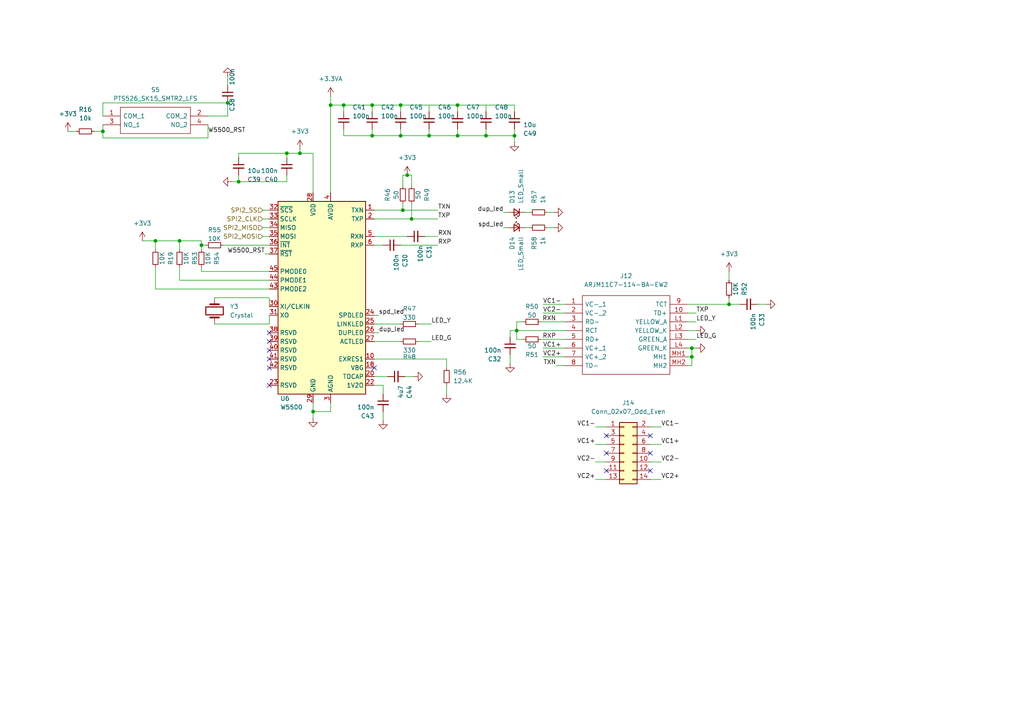
<source format=kicad_sch>
(kicad_sch (version 20211123) (generator eeschema)
  (paper "A4")
  (lib_symbols
    (symbol "Connector_Generic:Conn_02x07_Odd_Even" (pin_names (offset 1.016) hide)
      (property "Reference" "J" (at 1.27 10.16 0))
      (property "Value" "Conn_02x07_Odd_Even" (at 1.27 -10.16 0))
      (symbol "Conn_02x07_Odd_Even_1_1"
        (rectangle (start -1.27 -7.493) (end 0 -7.747) (stroke (width 0.1524)))
        (rectangle (start -1.27 -4.953) (end 0 -5.207) (stroke (width 0.1524)))
        (rectangle (start -1.27 -2.413) (end 0 -2.667) (stroke (width 0.1524)))
        (rectangle (start -1.27 0.127) (end 0 -0.127) (stroke (width 0.1524)))
        (rectangle (start -1.27 2.667) (end 0 2.413) (stroke (width 0.1524)))
        (rectangle (start -1.27 5.207) (end 0 4.953) (stroke (width 0.1524)))
        (rectangle (start -1.27 7.747) (end 0 7.493) (stroke (width 0.1524)))
        (rectangle (start -1.27 8.89) (end 3.81 -8.89) (stroke (width 0.254)) (fill (type background)))
        (rectangle (start 3.81 -7.493) (end 2.54 -7.747) (stroke (width 0.1524)))
        (rectangle (start 3.81 -4.953) (end 2.54 -5.207) (stroke (width 0.1524)))
        (rectangle (start 3.81 -2.413) (end 2.54 -2.667) (stroke (width 0.1524)))
        (rectangle (start 3.81 0.127) (end 2.54 -0.127) (stroke (width 0.1524)))
        (rectangle (start 3.81 2.667) (end 2.54 2.413) (stroke (width 0.1524)))
        (rectangle (start 3.81 5.207) (end 2.54 4.953) (stroke (width 0.1524)))
        (rectangle (start 3.81 7.747) (end 2.54 7.493) (stroke (width 0.1524)))
        (pin passive line (at -5.08 7.62 0) (length 3.81) (name "Pin_1") (number "1"))
        (pin passive line (at 7.62 -2.54 180) (length 3.81) (name "Pin_10") (number "10"))
        (pin passive line (at -5.08 -5.08 0) (length 3.81) (name "Pin_11") (number "11"))
        (pin passive line (at 7.62 -5.08 180) (length 3.81) (name "Pin_12") (number "12"))
        (pin passive line (at -5.08 -7.62 0) (length 3.81) (name "Pin_13") (number "13"))
        (pin passive line (at 7.62 -7.62 180) (length 3.81) (name "Pin_14") (number "14"))
        (pin passive line (at 7.62 7.62 180) (length 3.81) (name "Pin_2") (number "2"))
        (pin passive line (at -5.08 5.08 0) (length 3.81) (name "Pin_3") (number "3"))
        (pin passive line (at 7.62 5.08 180) (length 3.81) (name "Pin_4") (number "4"))
        (pin passive line (at -5.08 2.54 0) (length 3.81) (name "Pin_5") (number "5"))
        (pin passive line (at 7.62 2.54 180) (length 3.81) (name "Pin_6") (number "6"))
        (pin passive line (at -5.08 0 0) (length 3.81) (name "Pin_7") (number "7"))
        (pin passive line (at 7.62 0 180) (length 3.81) (name "Pin_8") (number "8"))
        (pin passive line (at -5.08 -2.54 0) (length 3.81) (name "Pin_9") (number "9"))
      )
    )
    (symbol "Device:C_Small" (pin_numbers hide) (pin_names (offset 0.254) hide)
      (property "Reference" "C" (at 0.254 1.778 0))
      (property "Value" "C_Small" (at 0.254 -2.032 0))
      (symbol "C_Small_0_1"
        (polyline (pts (xy -1.524 -0.508) (xy 1.524 -0.508)) (stroke (width 0.3302)))
        (polyline (pts (xy -1.524 0.508) (xy 1.524 0.508)) (stroke (width 0.3048)))
      )
      (symbol "C_Small_1_1"
        (pin passive line (at 0 2.54 270) (length 2.032) (name "~") (number "1"))
        (pin passive line (at 0 -2.54 90) (length 2.032) (name "~") (number "2"))
      )
    )
    (symbol "Device:Crystal" (pin_numbers hide) (pin_names (offset 1.016) hide)
      (property "Reference" "Y" (at 0 3.81 0))
      (property "Value" "Crystal" (at 0 -3.81 0))
      (symbol "Crystal_0_1"
        (rectangle (start -1.143 2.54) (end 1.143 -2.54) (stroke (width 0.3048)))
        (polyline (pts (xy -2.54 0) (xy -1.905 0)))
        (polyline (pts (xy -1.905 -1.27) (xy -1.905 1.27)) (stroke (width 0.508)))
        (polyline (pts (xy 1.905 -1.27) (xy 1.905 1.27)) (stroke (width 0.508)))
        (polyline (pts (xy 2.54 0) (xy 1.905 0)))
      )
      (symbol "Crystal_1_1"
        (pin passive line (at -3.81 0 0) (length 1.27) (name "1") (number "1"))
        (pin passive line (at 3.81 0 180) (length 1.27) (name "2") (number "2"))
      )
    )
    (symbol "Device:LED_Small" (pin_numbers hide) (pin_names (offset 0.254) hide)
      (property "Reference" "D" (at -1.27 3.175 0))
      (property "Value" "LED_Small" (at -4.445 -2.54 0))
      (symbol "LED_Small_0_1"
        (polyline (pts (xy -0.762 -1.016) (xy -0.762 1.016)) (stroke (width 0.254)))
        (polyline (pts (xy 1.016 0) (xy -0.762 0)))
        (polyline (pts (xy 0.762 -1.016) (xy -0.762 0) (xy 0.762 1.016) (xy 0.762 -1.016)) (stroke (width 0.254)))
        (polyline (pts (xy 0 0.762) (xy -0.508 1.27) (xy -0.254 1.27) (xy -0.508 1.27) (xy -0.508 1.016)))
        (polyline (pts (xy 0.508 1.27) (xy 0 1.778) (xy 0.254 1.778) (xy 0 1.778) (xy 0 1.524)))
      )
      (symbol "LED_Small_1_1"
        (pin passive line (at -2.54 0 0) (length 1.778) (name "K") (number "1"))
        (pin passive line (at 2.54 0 180) (length 1.778) (name "A") (number "2"))
      )
    )
    (symbol "Device:R_Small" (pin_numbers hide) (pin_names (offset 0.254) hide)
      (property "Reference" "R" (at 0.762 0.508 0))
      (property "Value" "R_Small" (at 0.762 -1.016 0))
      (symbol "R_Small_0_1"
        (rectangle (start -0.762 1.778) (end 0.762 -1.778) (stroke (width 0.2032)))
      )
      (symbol "R_Small_1_1"
        (pin passive line (at 0 2.54 270) (length 0.762) (name "~") (number "1"))
        (pin passive line (at 0 -2.54 90) (length 0.762) (name "~") (number "2"))
      )
    )
    (symbol "Interface_Ethernet:W5500"
      (property "Reference" "U" (at -11.43 29.21 0))
      (property "Value" "W5500" (at 8.89 29.21 0))
      (symbol "W5500_0_1"
        (rectangle (start -12.7 27.94) (end 12.7 -27.94) (stroke (width 0.254)) (fill (type background)))
      )
      (symbol "W5500_1_1"
        (pin output line (at 15.24 25.4 180) (length 2.54) (name "TXN") (number "1"))
        (pin passive line (at 15.24 -17.78 180) (length 2.54) (name "EXRES1") (number "10"))
        (pin passive line (at 2.54 30.48 270) (length 2.54) hide (name "AVDD") (number "11"))
        (pin no_connect line (at 12.7 7.62 180) (length 2.54) hide (name "NC") (number "12"))
        (pin no_connect line (at 12.7 5.08 180) (length 2.54) hide (name "NC") (number "13"))
        (pin passive line (at 2.54 -30.48 90) (length 2.54) hide (name "AGND") (number "14"))
        (pin passive line (at 2.54 30.48 270) (length 2.54) hide (name "AVDD") (number "15"))
        (pin passive line (at 2.54 -30.48 90) (length 2.54) hide (name "AGND") (number "16"))
        (pin passive line (at 2.54 30.48 270) (length 2.54) hide (name "AVDD") (number "17"))
        (pin passive line (at 15.24 -20.32 180) (length 2.54) (name "VBG") (number "18"))
        (pin passive line (at 2.54 -30.48 90) (length 2.54) hide (name "AGND") (number "19"))
        (pin output line (at 15.24 22.86 180) (length 2.54) (name "TXP") (number "2"))
        (pin passive line (at 15.24 -22.86 180) (length 2.54) (name "TOCAP") (number "20"))
        (pin passive line (at 2.54 30.48 270) (length 2.54) hide (name "AVDD") (number "21"))
        (pin output line (at 15.24 -25.4 180) (length 2.54) (name "1V2O") (number "22"))
        (pin input line (at -15.24 -25.4 0) (length 2.54) (name "RSVD") (number "23"))
        (pin output line (at 15.24 -5.08 180) (length 2.54) (name "SPDLED") (number "24"))
        (pin output line (at 15.24 -7.62 180) (length 2.54) (name "LINKLED") (number "25"))
        (pin output line (at 15.24 -10.16 180) (length 2.54) (name "DUPLED") (number "26"))
        (pin output line (at 15.24 -12.7 180) (length 2.54) (name "ACTLED") (number "27"))
        (pin power_in line (at -2.54 30.48 270) (length 2.54) (name "VDD") (number "28"))
        (pin power_in line (at -2.54 -30.48 90) (length 2.54) (name "GND") (number "29"))
        (pin power_in line (at 2.54 -30.48 90) (length 2.54) (name "AGND") (number "3"))
        (pin input line (at -15.24 -2.54 0) (length 2.54) (name "XI/CLKIN") (number "30"))
        (pin output line (at -15.24 -5.08 0) (length 2.54) (name "XO") (number "31"))
        (pin input line (at -15.24 25.4 0) (length 2.54) (name "~{SCS}") (number "32"))
        (pin input line (at -15.24 22.86 0) (length 2.54) (name "SCLK") (number "33"))
        (pin output line (at -15.24 20.32 0) (length 2.54) (name "MISO") (number "34"))
        (pin input line (at -15.24 17.78 0) (length 2.54) (name "MOSI") (number "35"))
        (pin input line (at -15.24 15.24 0) (length 2.54) (name "~{INT}") (number "36"))
        (pin input line (at -15.24 12.7 0) (length 2.54) (name "~{RST}") (number "37"))
        (pin input line (at -15.24 -10.16 0) (length 2.54) (name "RSVD") (number "38"))
        (pin input line (at -15.24 -12.7 0) (length 2.54) (name "RSVD") (number "39"))
        (pin power_in line (at 2.54 30.48 270) (length 2.54) (name "AVDD") (number "4"))
        (pin input line (at -15.24 -15.24 0) (length 2.54) (name "RSVD") (number "40"))
        (pin input line (at -15.24 -17.78 0) (length 2.54) (name "RSVD") (number "41"))
        (pin input line (at -15.24 -20.32 0) (length 2.54) (name "RSVD") (number "42"))
        (pin input line (at -15.24 2.54 0) (length 2.54) (name "PMODE2") (number "43"))
        (pin input line (at -15.24 5.08 0) (length 2.54) (name "PMODE1") (number "44"))
        (pin input line (at -15.24 7.62 0) (length 2.54) (name "PMODE0") (number "45"))
        (pin no_connect line (at 12.7 2.54 180) (length 2.54) hide (name "NC") (number "46"))
        (pin no_connect line (at 12.7 0 180) (length 2.54) hide (name "NC") (number "47"))
        (pin passive line (at 2.54 -30.48 90) (length 2.54) hide (name "AGND") (number "48"))
        (pin input line (at 15.24 17.78 180) (length 2.54) (name "RXN") (number "5"))
        (pin input line (at 15.24 15.24 180) (length 2.54) (name "RXP") (number "6"))
        (pin no_connect line (at 12.7 10.16 180) (length 2.54) hide (name "DNC") (number "7"))
        (pin passive line (at 2.54 30.48 270) (length 2.54) hide (name "AVDD") (number "8"))
        (pin passive line (at 2.54 -30.48 90) (length 2.54) hide (name "AGND") (number "9"))
      )
    )
    (symbol "SamacSys_Parts:ARJM11C7-114-BA-EW2" (pin_names (offset 0.762))
      (property "Reference" "J" (at 31.75 7.62 0))
      (property "Value" "ARJM11C7-114-BA-EW2" (at 31.75 5.08 0))
      (symbol "ARJM11C7-114-BA-EW2_0_0"
        (pin passive line (at 0 0 0) (length 5.08) (name "VC-_1") (number "1"))
        (pin passive line (at 35.56 -2.54 180) (length 5.08) (name "TD+") (number "10"))
        (pin passive line (at 0 -2.54 0) (length 5.08) (name "VC-_2") (number "2"))
        (pin passive line (at 0 -5.08 0) (length 5.08) (name "RD-") (number "3"))
        (pin passive line (at 0 -7.62 0) (length 5.08) (name "RCT") (number "4"))
        (pin passive line (at 0 -10.16 0) (length 5.08) (name "RD+") (number "5"))
        (pin passive line (at 0 -12.7 0) (length 5.08) (name "VC+_1") (number "6"))
        (pin passive line (at 0 -15.24 0) (length 5.08) (name "VC+_2") (number "7"))
        (pin passive line (at 0 -17.78 0) (length 5.08) (name "TD-") (number "8"))
        (pin passive line (at 35.56 0 180) (length 5.08) (name "TCT") (number "9"))
        (pin passive line (at 35.56 -5.08 180) (length 5.08) (name "YELLOW_A") (number "L1"))
        (pin passive line (at 35.56 -7.62 180) (length 5.08) (name "YELLOW_K") (number "L2"))
        (pin passive line (at 35.56 -10.16 180) (length 5.08) (name "GREEN_A") (number "L3"))
        (pin passive line (at 35.56 -12.7 180) (length 5.08) (name "GREEN_K") (number "L4"))
        (pin passive line (at 35.56 -15.24 180) (length 5.08) (name "MH1") (number "MH1"))
        (pin passive line (at 35.56 -17.78 180) (length 5.08) (name "MH2") (number "MH2"))
      )
      (symbol "ARJM11C7-114-BA-EW2_0_1"
        (polyline (pts (xy 5.08 2.54) (xy 30.48 2.54) (xy 30.48 -20.32) (xy 5.08 -20.32) (xy 5.08 2.54)) (stroke (width 0.1524)))
      )
    )
    (symbol "SamacSys_Parts:PTS526_SK15_SMTR2_LFS" (pin_names (offset 0.762))
      (property "Reference" "S" (at 26.67 7.62 0))
      (property "Value" "PTS526_SK15_SMTR2_LFS" (at 26.67 5.08 0))
      (symbol "PTS526_SK15_SMTR2_LFS_0_0"
        (pin passive line (at 0 0 0) (length 5.08) (name "COM_1") (number "1"))
        (pin passive line (at 30.48 0 180) (length 5.08) (name "COM_2") (number "2"))
        (pin passive line (at 0 -2.54 0) (length 5.08) (name "NO_1") (number "3"))
        (pin passive line (at 30.48 -2.54 180) (length 5.08) (name "NO_2") (number "4"))
      )
      (symbol "PTS526_SK15_SMTR2_LFS_0_1"
        (polyline (pts (xy 5.08 2.54) (xy 25.4 2.54) (xy 25.4 -5.08) (xy 5.08 -5.08) (xy 5.08 2.54)) (stroke (width 0.1524)))
      )
    )
    (symbol "power:+3.3V" (power) (pin_names (offset 0))
      (property "Value" "+3.3V" (at 0 3.556 0))
      (symbol "+3.3V_0_1"
        (polyline (pts (xy -0.762 1.27) (xy 0 2.54)))
        (polyline (pts (xy 0 0) (xy 0 2.54)))
        (polyline (pts (xy 0 2.54) (xy 0.762 1.27)))
      )
      (symbol "+3.3V_1_1"
        (pin power_in line (at 0 0 90) (length 0) hide (name "+3V3") (number "1"))
      )
    )
    (symbol "power:+3.3VA" (power) (pin_names (offset 0))
      (property "Value" "+3.3VA" (at 0 3.556 0))
      (symbol "+3.3VA_0_1"
        (polyline (pts (xy -0.762 1.27) (xy 0 2.54)))
        (polyline (pts (xy 0 0) (xy 0 2.54)))
        (polyline (pts (xy 0 2.54) (xy 0.762 1.27)))
      )
      (symbol "+3.3VA_1_1"
        (pin power_in line (at 0 0 90) (length 0) hide (name "+3.3VA") (number "1"))
      )
    )
    (symbol "power:+3V3" (power) (pin_names (offset 0))
      (property "Value" "+3V3" (at 0 3.556 0))
      (symbol "+3V3_0_1"
        (polyline (pts (xy -0.762 1.27) (xy 0 2.54)))
        (polyline (pts (xy 0 0) (xy 0 2.54)))
        (polyline (pts (xy 0 2.54) (xy 0.762 1.27)))
      )
      (symbol "+3V3_1_1"
        (pin power_in line (at 0 0 90) (length 0) hide (name "+3V3") (number "1"))
      )
    )
    (symbol "power:GND" (power) (pin_names (offset 0))
      (property "Value" "GND" (at 0 -3.81 0))
      (symbol "GND_0_1"
        (polyline (pts (xy 0 0) (xy 0 -1.27) (xy 1.27 -1.27) (xy 0 -2.54) (xy -1.27 -1.27) (xy 0 -1.27)))
      )
      (symbol "GND_1_1"
        (pin power_in line (at 0 0 270) (length 0) hide (name "GND") (number "1"))
      )
    )
  )
  (junction (at 66.04 29.845))
  (junction (at 86.995 44.45))
  (junction (at 200.66 100.965))
  (junction (at 45.085 69.85))
  (junction (at 107.95 39.37))
  (junction (at 99.695 30.48))
  (junction (at 58.42 71.12))
  (junction (at 116.205 39.37))
  (junction (at 211.455 88.265))
  (junction (at 95.885 30.48))
  (junction (at 132.715 30.48))
  (junction (at 118.11 50.8))
  (junction (at 140.97 39.37))
  (junction (at 116.84 60.96))
  (junction (at 132.715 39.37))
  (junction (at 116.205 30.48))
  (junction (at 149.86 95.885))
  (junction (at 90.805 119.38))
  (junction (at 200.66 103.505))
  (junction (at 149.225 39.37))
  (junction (at 69.215 52.705))
  (junction (at 29.845 38.1))
  (junction (at 83.185 44.45))
  (junction (at 107.95 30.48))
  (junction (at 52.07 69.85))
  (junction (at 124.46 39.37))
  (junction (at 119.38 63.5))
  (no_connect (at 188.595 131.445))
  (no_connect (at 188.595 136.525))
  (no_connect (at 188.595 126.365))
  (no_connect (at 175.895 136.525))
  (no_connect (at 175.895 131.445))
  (no_connect (at 175.895 126.365))
  (no_connect (at 78.105 106.68))
  (no_connect (at 78.105 96.52))
  (no_connect (at 78.105 99.06))
  (no_connect (at 78.105 101.6))
  (no_connect (at 78.105 104.14))
  (no_connect (at 108.585 106.68))
  (no_connect (at 78.105 111.76))
  (wire (pts (xy 58.42 72.39) (xy 58.42 71.12)))
  (wire (pts (xy 116.205 37.465) (xy 116.205 39.37)))
  (wire (pts (xy 149.86 95.885) (xy 149.86 98.425)))
  (wire (pts (xy 78.105 93.98) (xy 78.105 91.44)))
  (wire (pts (xy 121.285 93.98) (xy 125.095 93.98)))
  (wire (pts (xy 116.84 50.8) (xy 118.11 50.8)))
  (wire (pts (xy 83.185 52.705) (xy 83.185 50.8)))
  (wire (pts (xy 78.105 86.36) (xy 78.105 88.9)))
  (wire (pts (xy 199.39 93.345) (xy 201.93 93.345)))
  (wire (pts (xy 175.895 133.985) (xy 172.72 133.985)))
  (wire (pts (xy 64.77 71.12) (xy 78.105 71.12)))
  (wire (pts (xy 199.39 90.805) (xy 201.93 90.805)))
  (wire (pts (xy 119.38 63.5) (xy 127 63.5)))
  (wire (pts (xy 149.86 95.885) (xy 163.83 95.885)))
  (wire (pts (xy 29.845 38.1) (xy 29.845 36.195)))
  (wire (pts (xy 45.085 69.85) (xy 45.085 72.39)))
  (wire (pts (xy 83.185 44.45) (xy 83.185 45.72)))
  (wire (pts (xy 27.305 38.1) (xy 29.845 38.1)))
  (wire (pts (xy 95.885 27.94) (xy 95.885 30.48)))
  (wire (pts (xy 108.585 63.5) (xy 119.38 63.5)))
  (wire (pts (xy 90.805 116.84) (xy 90.805 119.38)))
  (wire (pts (xy 211.455 88.265) (xy 199.39 88.265)))
  (wire (pts (xy 107.95 37.465) (xy 107.95 39.37)))
  (wire (pts (xy 58.42 78.74) (xy 58.42 77.47)))
  (wire (pts (xy 199.39 103.505) (xy 200.66 103.505)))
  (wire (pts (xy 157.48 103.505) (xy 163.83 103.505)))
  (wire (pts (xy 147.32 61.595) (xy 146.05 61.595)))
  (wire (pts (xy 78.105 78.74) (xy 58.42 78.74)))
  (wire (pts (xy 67.31 52.705) (xy 69.215 52.705)))
  (wire (pts (xy 86.995 44.45) (xy 90.805 44.45)))
  (wire (pts (xy 108.585 91.44) (xy 109.855 91.44)))
  (wire (pts (xy 99.695 39.37) (xy 107.95 39.37)))
  (wire (pts (xy 149.225 30.48) (xy 149.225 32.385)))
  (wire (pts (xy 111.125 111.76) (xy 111.125 114.3)))
  (wire (pts (xy 90.805 55.88) (xy 90.805 44.45)))
  (wire (pts (xy 124.46 30.504) (xy 124.46 32.385)))
  (wire (pts (xy 76.835 73.66) (xy 78.105 73.66)))
  (wire (pts (xy 45.085 69.85) (xy 41.275 69.85)))
  (wire (pts (xy 111.125 71.12) (xy 108.585 71.12)))
  (wire (pts (xy 147.955 95.885) (xy 149.86 95.885)))
  (wire (pts (xy 149.86 93.345) (xy 149.86 95.885)))
  (wire (pts (xy 108.585 99.06) (xy 116.205 99.06)))
  (wire (pts (xy 129.54 104.14) (xy 129.54 106.68)))
  (wire (pts (xy 175.895 139.065) (xy 172.72 139.065)))
  (wire (pts (xy 107.95 30.48) (xy 107.95 32.385)))
  (wire (pts (xy 107.95 30.48) (xy 116.205 30.48)))
  (wire (pts (xy 76.2 60.96) (xy 78.105 60.96)))
  (wire (pts (xy 95.885 30.48) (xy 99.695 30.48)))
  (wire (pts (xy 124.46 39.37) (xy 132.715 39.37)))
  (wire (pts (xy 119.38 59.055) (xy 119.38 63.5)))
  (wire (pts (xy 78.105 83.82) (xy 45.085 83.82)))
  (wire (pts (xy 140.97 37.465) (xy 140.97 39.37)))
  (wire (pts (xy 200.66 106.045) (xy 200.66 103.505)))
  (wire (pts (xy 52.07 77.47) (xy 52.07 81.28)))
  (wire (pts (xy 58.42 71.12) (xy 58.42 69.85)))
  (wire (pts (xy 108.585 93.98) (xy 116.205 93.98)))
  (wire (pts (xy 161.29 106.045) (xy 163.83 106.045)))
  (wire (pts (xy 127 68.58) (xy 123.19 68.58)))
  (wire (pts (xy 95.885 30.48) (xy 95.885 55.88)))
  (wire (pts (xy 157.48 88.265) (xy 163.83 88.265)))
  (wire (pts (xy 108.585 111.76) (xy 111.125 111.76)))
  (wire (pts (xy 66.04 29.845) (xy 66.04 33.655)))
  (wire (pts (xy 199.39 106.045) (xy 200.66 106.045)))
  (wire (pts (xy 52.07 81.28) (xy 78.105 81.28)))
  (wire (pts (xy 118.11 50.8) (xy 119.38 50.8)))
  (wire (pts (xy 132.715 30.48) (xy 132.715 32.385)))
  (wire (pts (xy 147.32 66.04) (xy 146.05 66.04)))
  (wire (pts (xy 147.955 102.87) (xy 147.955 105.41)))
  (wire (pts (xy 140.97 30.504) (xy 140.97 32.385)))
  (wire (pts (xy 188.595 123.825) (xy 191.77 123.825)))
  (wire (pts (xy 83.185 44.45) (xy 86.995 44.45)))
  (wire (pts (xy 156.845 98.425) (xy 163.83 98.425)))
  (wire (pts (xy 52.07 69.85) (xy 52.07 72.39)))
  (wire (pts (xy 149.86 98.425) (xy 151.765 98.425)))
  (wire (pts (xy 188.595 133.985) (xy 191.77 133.985)))
  (wire (pts (xy 118.11 68.58) (xy 108.585 68.58)))
  (wire (pts (xy 116.205 30.48) (xy 116.205 32.385)))
  (wire (pts (xy 211.455 88.265) (xy 214.63 88.265)))
  (wire (pts (xy 29.845 33.655) (xy 29.845 29.845)))
  (wire (pts (xy 66.04 24.765) (xy 66.04 22.225)))
  (wire (pts (xy 76.2 63.5) (xy 78.105 63.5)))
  (wire (pts (xy 60.325 40.005) (xy 29.845 40.005)))
  (wire (pts (xy 127 60.96) (xy 116.84 60.96)))
  (wire (pts (xy 116.84 60.96) (xy 116.84 59.055)))
  (wire (pts (xy 29.845 29.845) (xy 66.04 29.845)))
  (wire (pts (xy 29.845 40.005) (xy 29.845 38.1)))
  (wire (pts (xy 147.955 97.79) (xy 147.955 95.885)))
  (wire (pts (xy 99.695 30.48) (xy 99.695 32.385)))
  (wire (pts (xy 111.125 119.38) (xy 111.125 121.92)))
  (wire (pts (xy 149.225 39.37) (xy 149.225 37.465)))
  (wire (pts (xy 76.2 68.58) (xy 78.105 68.58)))
  (wire (pts (xy 149.225 41.275) (xy 149.225 39.37)))
  (wire (pts (xy 199.39 98.425) (xy 201.93 98.425)))
  (wire (pts (xy 211.455 86.36) (xy 211.455 88.265)))
  (wire (pts (xy 116.84 53.975) (xy 116.84 50.8)))
  (wire (pts (xy 107.95 39.37) (xy 116.205 39.37)))
  (wire (pts (xy 76.2 66.04) (xy 78.105 66.04)))
  (wire (pts (xy 151.765 93.345) (xy 149.86 93.345)))
  (wire (pts (xy 108.585 96.52) (xy 109.855 96.52)))
  (wire (pts (xy 175.895 123.825) (xy 172.72 123.825)))
  (wire (pts (xy 199.39 95.885) (xy 201.93 95.885)))
  (wire (pts (xy 90.805 119.38) (xy 90.805 121.285)))
  (wire (pts (xy 119.38 50.8) (xy 119.38 53.975)))
  (wire (pts (xy 152.4 66.04) (xy 153.67 66.04)))
  (wire (pts (xy 99.695 37.465) (xy 99.695 39.37)))
  (wire (pts (xy 121.285 99.06) (xy 125.095 99.06)))
  (wire (pts (xy 152.4 61.595) (xy 153.67 61.595)))
  (wire (pts (xy 200.66 103.505) (xy 200.66 100.965)))
  (wire (pts (xy 219.71 88.265) (xy 222.25 88.265)))
  (wire (pts (xy 157.48 90.805) (xy 163.83 90.805)))
  (wire (pts (xy 95.885 116.84) (xy 95.885 119.38)))
  (wire (pts (xy 108.585 104.14) (xy 129.54 104.14)))
  (wire (pts (xy 60.325 36.195) (xy 60.325 40.005)))
  (wire (pts (xy 160.655 61.595) (xy 158.75 61.595)))
  (wire (pts (xy 99.695 30.48) (xy 107.95 30.48)))
  (wire (pts (xy 69.215 52.705) (xy 83.185 52.705)))
  (wire (pts (xy 62.23 93.98) (xy 78.105 93.98)))
  (wire (pts (xy 132.715 30.48) (xy 149.225 30.48)))
  (wire (pts (xy 69.215 50.8) (xy 69.215 52.705)))
  (wire (pts (xy 140.97 39.37) (xy 149.225 39.37)))
  (wire (pts (xy 108.585 109.22) (xy 112.395 109.22)))
  (wire (pts (xy 116.205 30.48) (xy 132.715 30.48)))
  (wire (pts (xy 129.54 111.76) (xy 129.54 114.3)))
  (wire (pts (xy 116.84 60.96) (xy 108.585 60.96)))
  (wire (pts (xy 66.04 33.655) (xy 60.325 33.655)))
  (wire (pts (xy 19.685 38.1) (xy 22.225 38.1)))
  (wire (pts (xy 157.48 100.965) (xy 163.83 100.965)))
  (wire (pts (xy 69.215 45.72) (xy 69.215 44.45)))
  (wire (pts (xy 160.655 66.04) (xy 158.75 66.04)))
  (wire (pts (xy 117.475 109.22) (xy 120.015 109.22)))
  (wire (pts (xy 175.895 128.905) (xy 172.72 128.905)))
  (wire (pts (xy 124.46 37.465) (xy 124.46 39.37)))
  (wire (pts (xy 86.995 43.18) (xy 86.995 44.45)))
  (wire (pts (xy 188.595 139.065) (xy 191.77 139.065)))
  (wire (pts (xy 58.42 71.12) (xy 59.69 71.12)))
  (wire (pts (xy 69.215 44.45) (xy 83.185 44.45)))
  (wire (pts (xy 200.66 100.965) (xy 201.93 100.965)))
  (wire (pts (xy 188.595 128.905) (xy 191.77 128.905)))
  (wire (pts (xy 156.845 93.345) (xy 163.83 93.345)))
  (wire (pts (xy 127 71.12) (xy 116.205 71.12)))
  (wire (pts (xy 62.23 86.36) (xy 78.105 86.36)))
  (wire (pts (xy 211.455 78.74) (xy 211.455 81.28)))
  (wire (pts (xy 116.205 39.37) (xy 124.46 39.37)))
  (wire (pts (xy 199.39 100.965) (xy 200.66 100.965)))
  (wire (pts (xy 52.07 69.85) (xy 45.085 69.85)))
  (wire (pts (xy 45.085 83.82) (xy 45.085 77.47)))
  (wire (pts (xy 132.715 37.465) (xy 132.715 39.37)))
  (wire (pts (xy 132.715 39.37) (xy 140.97 39.37)))
  (wire (pts (xy 95.885 119.38) (xy 90.805 119.38)))
  (wire (pts (xy 58.42 69.85) (xy 52.07 69.85)))
  (label "VC1-" (at 157.48 88.265 0))
  (label "TXN" (at 161.29 106.045 180))
  (label "LED_G" (at 201.93 98.425 0))
  (label "spd_led" (at 146.05 66.04 180))
  (label "RXN" (at 161.29 93.345 180))
  (label "dup_led" (at 146.05 61.595 180))
  (label "W5500_RST" (at 60.325 38.735 0))
  (label "LED_Y" (at 201.93 93.345 0))
  (label "VC2+" (at 157.48 103.505 0))
  (label "VC1+" (at 172.72 128.905 180))
  (label "RXN" (at 127 68.58 0))
  (label "VC1-" (at 172.72 123.825 180))
  (label "LED_G" (at 125.095 99.06 0))
  (label "VC2+" (at 172.72 139.065 180))
  (label "TXN" (at 127 60.96 0))
  (label "W5500_RST" (at 76.835 73.66 180))
  (label "RXP" (at 161.29 98.425 180))
  (label "VC1+" (at 191.77 128.905 0))
  (label "VC2-" (at 191.77 133.985 0))
  (label "spd_led" (at 109.855 91.44 0))
  (label "TXP" (at 201.93 90.805 0))
  (label "dup_led" (at 109.855 96.52 0))
  (label "TXP" (at 127 63.5 0))
  (label "VC2-" (at 172.72 133.985 180))
  (label "RXP" (at 127 71.12 0))
  (label "VC2+" (at 191.77 139.065 0))
  (label "VC2-" (at 157.48 90.805 0))
  (label "LED_Y" (at 125.095 93.98 0))
  (label "VC1-" (at 191.77 123.825 0))
  (label "VC1+" (at 157.48 100.965 0))
  (hierarchical_label "SPI2_MISO" (shape input) (at 76.2 66.04 180))
  (hierarchical_label "SPI2_SS" (shape input) (at 76.2 60.96 180))
  (hierarchical_label "SPI2_CLK" (shape input) (at 76.2 63.5 180))
  (hierarchical_label "SPI2_MOSI" (shape input) (at 76.2 68.58 180))
  (symbol (lib_id "Device:C_Small") (at 132.715 34.925 0) (mirror x) (unit 1)
    (property "Reference" "C47" (at 135.255 31.115 0) (effects (justify left)))
    (property "Value" "100n" (at 135.255 33.655 0) (effects (justify left)))
    (property "Footprint" "Capacitor_SMD:C_0603_1608Metric_Pad1.08x0.95mm_HandSolder" (effects hide))
  )
  (symbol (lib_id "Device:R_Small") (at 118.745 99.06 90) (unit 1)
    (property "Reference" "R48" (at 118.745 103.505 90))
    (property "Value" "330" (at 118.745 101.6 90))
    (property "Footprint" "Resistor_SMD:R_0603_1608Metric_Pad0.98x0.95mm_HandSolder" (effects hide))
  )
  (symbol (lib_id "power:+3.3V") (at 19.685 38.1 0) (mirror y) (unit 1)
    (property "Reference" "#PWR046" (effects hide))
    (property "Value" "+3.3V" (at 19.685 33.02 0))
  )
  (symbol (lib_id "Device:R_Small") (at 52.07 74.93 0) (unit 1)
    (property "Reference" "R53" (at 56.515 74.93 90))
    (property "Value" "10K" (at 53.975 74.93 90))
    (property "Footprint" "Resistor_SMD:R_0603_1608Metric_Pad0.98x0.95mm_HandSolder" (effects hide))
  )
  (symbol (lib_id "Interface_Ethernet:W5500") (at 93.345 86.36 0) (unit 1)
    (property "Reference" "U6" (at 81.28 115.57 0) (effects (justify left)))
    (property "Value" "W5500" (at 81.28 118.11 0) (effects (justify left)))
    (property "Footprint" "Package_QFP:LQFP-48_7x7mm_P0.5mm" (effects hide))
    (property "Datasheet" "http://wizwiki.net/wiki/lib/exe/fetch.php/products:w5500:w5500_ds_v109e.pdf" (effects hide))
  )
  (symbol (lib_id "Device:R_Small") (at 129.54 109.22 0) (unit 1)
    (property "Reference" "R56" (at 131.445 107.9499 0) (effects (justify left)))
    (property "Value" "12.4K" (at 131.445 110.4899 0) (effects (justify left)))
  )
  (symbol (lib_id "power:GND") (at 160.655 61.595 90) (unit 1)
    (property "Reference" "#PWR055" (effects hide))
    (property "Value" "GND" (effects hide))
  )
  (symbol (lib_id "Device:C_Small") (at 124.46 34.925 0) (mirror x) (unit 1)
    (property "Reference" "C46" (at 127 31.115 0) (effects (justify left)))
    (property "Value" "100n" (at 127 33.655 0) (effects (justify left)))
    (property "Footprint" "Capacitor_SMD:C_0603_1608Metric_Pad1.08x0.95mm_HandSolder" (effects hide))
  )
  (symbol (lib_id "Device:C_Small") (at 83.185 48.26 0) (mirror y) (unit 1)
    (property "Reference" "C40" (at 80.645 52.07 0) (effects (justify left)))
    (property "Value" "100n" (at 80.645 49.53 0) (effects (justify left)))
    (property "Footprint" "Capacitor_SMD:C_0603_1608Metric_Pad1.08x0.95mm_HandSolder" (effects hide))
  )
  (symbol (lib_id "Device:R_Small") (at 58.42 74.93 0) (unit 1)
    (property "Reference" "R54" (at 62.865 74.93 90))
    (property "Value" "10K" (at 60.325 74.93 90))
    (property "Footprint" "Resistor_SMD:R_0603_1608Metric_Pad0.98x0.95mm_HandSolder" (effects hide))
  )
  (symbol (lib_id "power:GND") (at 149.225 41.275 0) (unit 1)
    (property "Reference" "#PWR054" (effects hide))
    (property "Value" "GND" (effects hide))
  )
  (symbol (lib_id "Device:C_Small") (at 217.17 88.265 90) (mirror x) (unit 1)
    (property "Reference" "C33" (at 220.98 90.805 0) (effects (justify left)))
    (property "Value" "100n" (at 218.44 90.805 0) (effects (justify left)))
    (property "Footprint" "Capacitor_SMD:C_0603_1608Metric_Pad1.08x0.95mm_HandSolder" (effects hide))
  )
  (symbol (lib_id "power:GND") (at 111.125 121.92 0) (unit 1)
    (property "Reference" "#PWR051" (effects hide))
    (property "Value" "GND" (effects hide))
  )
  (symbol (lib_id "Device:LED_Small") (at 149.86 66.04 0) (mirror y) (unit 1)
    (property "Reference" "D14" (at 148.5264 68.58 90) (effects (justify right)))
    (property "Value" "LED_Small" (at 151.0664 68.58 90) (effects (justify right)))
    (property "Footprint" "LED_SMD:LED_0603_1608Metric_Pad1.05x0.95mm_HandSolder" (effects hide))
  )
  (symbol (lib_id "power:GND") (at 129.54 114.3 0) (unit 1)
    (property "Reference" "#PWR053" (effects hide))
    (property "Value" "GND" (effects hide))
  )
  (symbol (lib_id "Device:C_Small") (at 120.65 68.58 90) (mirror x) (unit 1)
    (property "Reference" "C31" (at 124.46 71.12 0) (effects (justify left)))
    (property "Value" "100n" (at 121.92 71.12 0) (effects (justify left)))
    (property "Footprint" "Capacitor_SMD:C_0603_1608Metric_Pad1.08x0.95mm_HandSolder" (effects hide))
  )
  (symbol (lib_id "power:GND") (at 67.31 52.705 270) (unit 1)
    (property "Reference" "#PWR049" (effects hide))
    (property "Value" "GND" (effects hide))
  )
  (symbol (lib_id "Device:C_Small") (at 111.125 116.84 0) (mirror y) (unit 1)
    (property "Reference" "C43" (at 108.585 120.65 0) (effects (justify left)))
    (property "Value" "100n" (at 108.585 118.11 0) (effects (justify left)))
    (property "Footprint" "Capacitor_SMD:C_0603_1608Metric_Pad1.08x0.95mm_HandSolder" (effects hide))
  )
  (symbol (lib_id "Device:R_Small") (at 118.745 93.98 90) (unit 1)
    (property "Reference" "R47" (at 118.745 89.535 90))
    (property "Value" "330" (at 118.745 92.075 90))
    (property "Footprint" "Resistor_SMD:R_0603_1608Metric_Pad0.98x0.95mm_HandSolder" (effects hide))
  )
  (symbol (lib_id "power:GND") (at 201.93 95.885 90) (unit 1)
    (property "Reference" "#PWR035" (effects hide))
    (property "Value" "GND" (effects hide))
  )
  (symbol (lib_id "Device:C_Small") (at 149.225 34.925 0) (unit 1)
    (property "Reference" "C49" (at 151.765 38.735 0) (effects (justify left)))
    (property "Value" "10u" (at 151.765 36.195 0) (effects (justify left)))
    (property "Footprint" "Capacitor_SMD:C_0603_1608Metric_Pad1.08x0.95mm_HandSolder" (effects hide))
  )
  (symbol (lib_id "Device:C_Small") (at 107.95 34.925 0) (mirror x) (unit 1)
    (property "Reference" "C42" (at 110.49 31.115 0) (effects (justify left)))
    (property "Value" "100n" (at 110.49 33.655 0) (effects (justify left)))
    (property "Footprint" "Capacitor_SMD:C_0603_1608Metric_Pad1.08x0.95mm_HandSolder" (effects hide))
  )
  (symbol (lib_id "power:+3V3") (at 41.275 69.85 0) (unit 1)
    (property "Reference" "#PWR047" (effects hide))
    (property "Value" "+3V3" (at 41.275 64.77 0))
  )
  (symbol (lib_id "power:+3V3") (at 211.455 78.74 0) (unit 1)
    (property "Reference" "#PWR037" (effects hide))
    (property "Value" "+3V3" (at 211.455 73.66 0))
  )
  (symbol (lib_id "power:GND") (at 160.655 66.04 90) (unit 1)
    (property "Reference" "#PWR056" (effects hide))
    (property "Value" "GND" (effects hide))
  )
  (symbol (lib_id "Device:R_Small") (at 156.21 66.04 90) (mirror x) (unit 1)
    (property "Reference" "R58" (at 154.9399 68.58 0) (effects (justify left)))
    (property "Value" "1k" (at 157.4799 68.58 0) (effects (justify left)))
    (property "Footprint" "Resistor_SMD:R_0603_1608Metric_Pad0.98x0.95mm_HandSolder" (effects hide))
  )
  (symbol (lib_id "Device:C_Small") (at 114.935 109.22 90) (mirror x) (unit 1)
    (property "Reference" "C44" (at 118.745 111.76 0) (effects (justify left)))
    (property "Value" "4u7" (at 116.205 111.76 0) (effects (justify left)))
    (property "Footprint" "Capacitor_SMD:C_0603_1608Metric_Pad1.08x0.95mm_HandSolder" (effects hide))
  )
  (symbol (lib_id "power:GND") (at 201.93 100.965 90) (unit 1)
    (property "Reference" "#PWR036" (effects hide))
    (property "Value" "GND" (effects hide))
  )
  (symbol (lib_id "power:+3.3VA") (at 95.885 27.94 0) (unit 1)
    (property "Reference" "#PWR050" (effects hide))
    (property "Value" "+3.3VA" (at 95.885 22.86 0))
  )
  (symbol (lib_id "power:GND") (at 120.015 109.22 90) (unit 1)
    (property "Reference" "#PWR052" (effects hide))
    (property "Value" "GND" (effects hide))
  )
  (symbol (lib_id "Device:C_Small") (at 147.955 100.33 0) (mirror y) (unit 1)
    (property "Reference" "C32" (at 145.415 104.14 0) (effects (justify left)))
    (property "Value" "100n" (at 145.415 101.6 0) (effects (justify left)))
    (property "Footprint" "Capacitor_SMD:C_0603_1608Metric_Pad1.08x0.95mm_HandSolder" (effects hide))
  )
  (symbol (lib_id "power:GND") (at 66.04 22.225 0) (mirror x) (unit 1)
    (property "Reference" "#PWR048" (effects hide))
    (property "Value" "GND" (effects hide))
  )
  (symbol (lib_id "power:+3V3") (at 118.11 50.8 0) (unit 1)
    (property "Reference" "#PWR033" (effects hide))
    (property "Value" "+3V3" (at 118.11 45.72 0))
  )
  (symbol (lib_id "Device:R_Small") (at 156.21 61.595 90) (unit 1)
    (property "Reference" "R57" (at 154.9399 59.055 0) (effects (justify left)))
    (property "Value" "1k" (at 157.4799 59.055 0) (effects (justify left)))
    (property "Footprint" "Resistor_SMD:R_0603_1608Metric_Pad0.98x0.95mm_HandSolder" (effects hide))
  )
  (symbol (lib_id "Connector_Generic:Conn_02x07_Odd_Even") (at 180.975 131.445 0) (unit 1)
    (property "Reference" "J14" (at 182.245 116.84 0))
    (property "Value" "Conn_02x07_Odd_Even" (at 182.245 119.38 0))
  )
  (symbol (lib_id "power:+3V3") (at 86.995 43.18 0) (unit 1)
    (property "Reference" "#PWR031" (effects hide))
    (property "Value" "+3V3" (at 86.995 38.1 0))
  )
  (symbol (lib_id "Device:C_Small") (at 66.04 27.305 0) (unit 1)
    (property "Reference" "C38" (at 67.31 32.385 90) (effects (justify left)))
    (property "Value" "100n" (at 67.31 24.765 90) (effects (justify left)))
    (property "Footprint" "Capacitor_SMD:C_0603_1608Metric_Pad1.08x0.95mm_HandSolder" (effects hide))
  )
  (symbol (lib_id "SamacSys_Parts:PTS526_SK15_SMTR2_LFS") (at 29.845 33.655 0) (unit 1)
    (property "Reference" "S5" (at 45.085 26.035 0))
    (property "Value" "PTS526_SK15_SMTR2_LFS" (at 45.085 28.575 0))
    (property "Footprint" "PTS526SK15SMTR2LFS" (effects hide))
    (property "Datasheet" "https://www.ckswitches.com/media/2780/pts526.pdf" (effects hide))
    (property "Description" "Tact 5.2 x 5.2, 1.5 mm H, 260gf, G leads, No ground pin, metal actuator" (effects hide))
    (property "Height" "1.65" (effects hide))
    (property "Mouser Part Number" "611-PTS526SK15SMR2L" (effects hide))
    (property "Mouser Price/Stock" "https://www.mouser.co.uk/ProductDetail/CK/PTS526-SK15-SMTR2-LFS?qs=UXgszm6BlbF5Ezp94JAQtw%3D%3D" (effects hide))
    (property "Manufacturer_Name" "C & K COMPONENTS" (effects hide))
    (property "Manufacturer_Part_Number" "PTS526 SK15 SMTR2 LFS" (effects hide))
  )
  (symbol (lib_id "Device:R_Small") (at 62.23 71.12 90) (unit 1)
    (property "Reference" "R55" (at 62.23 66.675 90))
    (property "Value" "10K" (at 62.23 69.215 90))
    (property "Footprint" "Resistor_SMD:R_0603_1608Metric_Pad0.98x0.95mm_HandSolder" (effects hide))
  )
  (symbol (lib_id "Device:R_Small") (at 116.84 56.515 180) (unit 1)
    (property "Reference" "R46" (at 112.395 56.515 90))
    (property "Value" "50" (at 114.935 56.515 90))
    (property "Footprint" "Resistor_SMD:R_0603_1608Metric_Pad0.98x0.95mm_HandSolder" (effects hide))
  )
  (symbol (lib_id "power:GND") (at 222.25 88.265 90) (unit 1)
    (property "Reference" "#PWR038" (effects hide))
    (property "Value" "GND" (effects hide))
  )
  (symbol (lib_id "power:GND") (at 147.955 105.41 0) (unit 1)
    (property "Reference" "#PWR034" (effects hide))
    (property "Value" "GND" (effects hide))
  )
  (symbol (lib_id "Device:R_Small") (at 211.455 83.82 0) (unit 1)
    (property "Reference" "R52" (at 215.9 83.82 90))
    (property "Value" "10K" (at 213.36 83.82 90))
    (property "Footprint" "Resistor_SMD:R_0603_1608Metric_Pad0.98x0.95mm_HandSolder" (effects hide))
  )
  (symbol (lib_id "Device:C_Small") (at 69.215 48.26 0) (unit 1)
    (property "Reference" "C39" (at 71.755 52.07 0) (effects (justify left)))
    (property "Value" "10u" (at 71.755 49.53 0) (effects (justify left)))
    (property "Footprint" "Capacitor_SMD:C_0603_1608Metric_Pad1.08x0.95mm_HandSolder" (effects hide))
  )
  (symbol (lib_id "Device:R_Small") (at 119.38 56.515 0) (unit 1)
    (property "Reference" "R49" (at 123.825 56.515 90))
    (property "Value" "50" (at 121.285 56.515 90))
    (property "Footprint" "Resistor_SMD:R_0603_1608Metric_Pad0.98x0.95mm_HandSolder" (effects hide))
  )
  (symbol (lib_id "Device:R_Small") (at 154.305 98.425 270) (unit 1)
    (property "Reference" "R51" (at 154.305 102.87 90))
    (property "Value" "50" (at 154.305 100.33 90))
    (property "Footprint" "Resistor_SMD:R_0603_1608Metric_Pad0.98x0.95mm_HandSolder" (effects hide))
  )
  (symbol (lib_id "Device:Crystal") (at 62.23 90.17 90) (unit 1)
    (property "Reference" "Y3" (at 66.675 88.8999 90) (effects (justify right)))
    (property "Value" "Crystal" (at 66.675 91.4399 90) (effects (justify right)))
  )
  (symbol (lib_id "Device:R_Small") (at 154.305 93.345 90) (unit 1)
    (property "Reference" "R50" (at 154.305 88.9 90))
    (property "Value" "50" (at 154.305 91.44 90))
    (property "Footprint" "Resistor_SMD:R_0603_1608Metric_Pad0.98x0.95mm_HandSolder" (effects hide))
  )
  (symbol (lib_id "Device:R_Small") (at 24.765 38.1 90) (unit 1)
    (property "Reference" "R16" (at 24.765 31.75 90))
    (property "Value" "10k" (at 24.765 34.29 90))
    (property "Footprint" "Resistor_SMD:R_0603_1608Metric_Pad0.98x0.95mm_HandSolder" (effects hide))
  )
  (symbol (lib_id "Device:C_Small") (at 116.205 34.925 0) (mirror x) (unit 1)
    (property "Reference" "C45" (at 118.745 31.115 0) (effects (justify left)))
    (property "Value" "100n" (at 118.745 33.655 0) (effects (justify left)))
    (property "Footprint" "Capacitor_SMD:C_0603_1608Metric_Pad1.08x0.95mm_HandSolder" (effects hide))
  )
  (symbol (lib_id "Device:LED_Small") (at 149.86 61.595 180) (unit 1)
    (property "Reference" "D13" (at 148.5264 59.055 90) (effects (justify right)))
    (property "Value" "LED_Small" (at 151.0664 59.055 90) (effects (justify right)))
    (property "Footprint" "LED_SMD:LED_0603_1608Metric_Pad1.05x0.95mm_HandSolder" (effects hide))
  )
  (symbol (lib_id "power:GND") (at 90.805 121.285 0) (unit 1)
    (property "Reference" "#PWR032" (effects hide))
    (property "Value" "GND" (effects hide))
  )
  (symbol (lib_id "Device:C_Small") (at 113.665 71.12 90) (mirror x) (unit 1)
    (property "Reference" "C30" (at 117.475 73.66 0) (effects (justify left)))
    (property "Value" "100n" (at 114.935 73.66 0) (effects (justify left)))
    (property "Footprint" "Capacitor_SMD:C_0603_1608Metric_Pad1.08x0.95mm_HandSolder" (effects hide))
  )
  (symbol (lib_id "Device:R_Small") (at 45.085 74.93 0) (unit 1)
    (property "Reference" "R19" (at 49.53 74.93 90))
    (property "Value" "10K" (at 46.99 74.93 90))
    (property "Footprint" "Resistor_SMD:R_0603_1608Metric_Pad0.98x0.95mm_HandSolder" (effects hide))
  )
  (symbol (lib_id "SamacSys_Parts:ARJM11C7-114-BA-EW2") (at 163.83 88.265 0) (unit 1)
    (property "Reference" "J12" (at 181.61 80.01 0))
    (property "Value" "ARJM11C7-114-BA-EW2" (at 181.61 82.55 0))
    (property "Footprint" "ARJM11C7114BAEW2" (effects hide))
    (property "Datasheet" "https://abracon.com/Magnetics/ARJM11.pdf" (effects hide))
    (property "Description" "Modular Connectors / Ethernet Connectors PoE RJ45 W/MAG 100Base-T" (effects hide))
    (property "Height" "15.3" (effects hide))
    (property "Mouser Part Number" "815-RJM11C7114BAEW2" (effects hide))
    (property "Mouser Price/Stock" "https://www.mouser.co.uk/ProductDetail/ABRACON/ARJM11C7-114-BA-EW2?qs=YCa%2FAAYMW02%2F8tCgVLRscw%3D%3D" (effects hide))
    (property "Manufacturer_Name" "ABRACON" (effects hide))
    (property "Manufacturer_Part_Number" "ARJM11C7-114-BA-EW2" (effects hide))
  )
  (symbol (lib_id "Device:C_Small") (at 140.97 34.925 0) (mirror x) (unit 1)
    (property "Reference" "C48" (at 143.51 31.115 0) (effects (justify left)))
    (property "Value" "100n" (at 143.51 33.655 0) (effects (justify left)))
    (property "Footprint" "Capacitor_SMD:C_0603_1608Metric_Pad1.08x0.95mm_HandSolder" (effects hide))
  )
  (symbol (lib_id "Device:C_Small") (at 99.695 34.925 0) (mirror x) (unit 1)
    (property "Reference" "C41" (at 102.235 31.115 0) (effects (justify left)))
    (property "Value" "100n" (at 102.235 33.655 0) (effects (justify left)))
    (property "Footprint" "Capacitor_SMD:C_0603_1608Metric_Pad1.08x0.95mm_HandSolder" (effects hide))
  )
)
</source>
